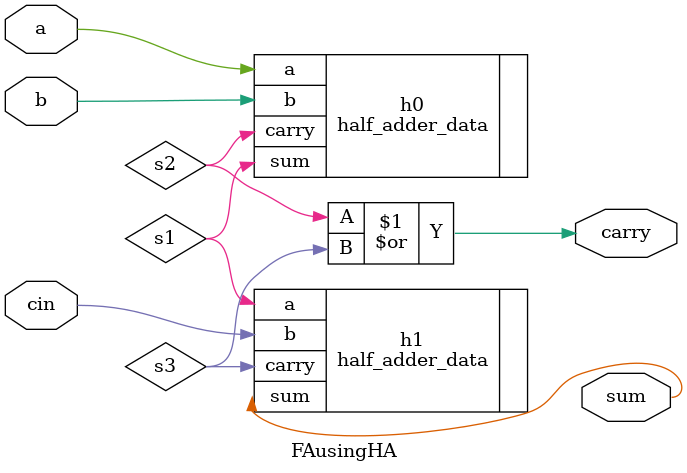
<source format=v>
`timescale 1ns / 1ps


module FAusingHA(
    input a,
    input b,
    input cin,
    output sum,
    output carry
    );
    wire s1,s2,s3;
    half_adder_data h0 (.a(a),.b(b),.sum(s1),.carry(s2));
    half_adder_data h1 (.a(s1),.b(cin),.sum(sum),.carry(s3));
    assign carry= s2 | s3;  
endmodule

</source>
